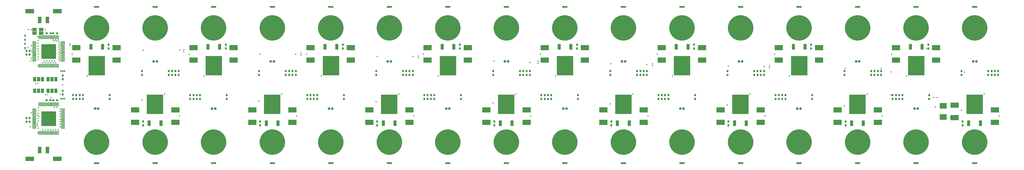
<source format=gts>
G04*
G04 #@! TF.GenerationSoftware,Altium Limited,Altium Designer,19.0.12 (326)*
G04*
G04 Layer_Color=8388736*
%FSLAX25Y25*%
%MOIN*%
G70*
G01*
G75*
%ADD14R,0.03153X0.03350*%
%ADD15R,0.10999X0.08700*%
%ADD16R,0.13704X0.06696*%
%ADD17R,0.05200X0.10200*%
%ADD18R,0.22798X0.22798*%
%ADD19R,0.05953X0.01263*%
%ADD20R,0.01263X0.05953*%
%ADD21R,0.03350X0.03153*%
%ADD22R,0.04924X0.08861*%
%ADD23R,0.25200X0.30200*%
%ADD24R,0.04800X0.06500*%
%ADD25R,0.06500X0.04800*%
%ADD26R,0.12602X0.07917*%
%ADD27R,0.02169X0.03350*%
G04:AMPARAMS|DCode=28|XSize=84.68mil|YSize=29.56mil|CornerRadius=14.78mil|HoleSize=0mil|Usage=FLASHONLY|Rotation=0.000|XOffset=0mil|YOffset=0mil|HoleType=Round|Shape=RoundedRectangle|*
%AMROUNDEDRECTD28*
21,1,0.08468,0.00000,0,0,0.0*
21,1,0.05512,0.02956,0,0,0.0*
1,1,0.02956,0.02756,0.00000*
1,1,0.02956,-0.02756,0.00000*
1,1,0.02956,-0.02756,0.00000*
1,1,0.02956,0.02756,0.00000*
%
%ADD28ROUNDEDRECTD28*%
%ADD29C,0.39570*%
%ADD30C,0.04137*%
%ADD31C,0.02562*%
%ADD32C,0.01972*%
%ADD33C,0.08074*%
G36*
X51321Y259749D02*
X58521D01*
Y259149D01*
X51321D01*
Y259749D01*
D02*
G37*
G36*
X61656D02*
X68856D01*
Y259149D01*
X61656D01*
Y259749D01*
D02*
G37*
D14*
X98425Y190945D02*
D03*
Y185039D02*
D03*
Y161417D02*
D03*
Y167323D02*
D03*
X47244Y229331D02*
D03*
Y223425D02*
D03*
X1535433Y191929D02*
D03*
Y197835D02*
D03*
X1392520Y160433D02*
D03*
Y154527D02*
D03*
X1354331Y191929D02*
D03*
Y197835D02*
D03*
X1211417Y160433D02*
D03*
Y154527D02*
D03*
X1173228Y191929D02*
D03*
Y197835D02*
D03*
X1030315Y160433D02*
D03*
Y154527D02*
D03*
X992126Y191929D02*
D03*
Y197835D02*
D03*
X849213Y160433D02*
D03*
Y154527D02*
D03*
X811024Y191929D02*
D03*
Y197835D02*
D03*
X668110Y160433D02*
D03*
Y154527D02*
D03*
X629921Y191929D02*
D03*
Y197835D02*
D03*
X487008Y160433D02*
D03*
Y154527D02*
D03*
X448819Y191929D02*
D03*
Y197835D02*
D03*
X305906Y160433D02*
D03*
Y154527D02*
D03*
X267717Y191929D02*
D03*
Y197835D02*
D03*
X124803Y160433D02*
D03*
Y154527D02*
D03*
X47244Y125000D02*
D03*
Y119095D02*
D03*
X1488976Y197835D02*
D03*
Y191929D02*
D03*
X1438976Y154527D02*
D03*
Y160433D02*
D03*
X1307874Y197835D02*
D03*
Y191929D02*
D03*
X1257874Y154527D02*
D03*
Y160433D02*
D03*
X1126772Y197835D02*
D03*
Y191929D02*
D03*
X1076772Y154527D02*
D03*
Y160433D02*
D03*
X945669Y197835D02*
D03*
Y191929D02*
D03*
X895669Y154527D02*
D03*
Y160433D02*
D03*
X764567Y197835D02*
D03*
Y191929D02*
D03*
X714567Y154527D02*
D03*
Y160433D02*
D03*
X583465Y197835D02*
D03*
Y191929D02*
D03*
X533465Y154527D02*
D03*
Y160433D02*
D03*
X402362Y197835D02*
D03*
Y191929D02*
D03*
X352362Y154527D02*
D03*
Y160433D02*
D03*
X221260Y197835D02*
D03*
Y191929D02*
D03*
X171260Y154527D02*
D03*
Y160433D02*
D03*
X1545669Y197835D02*
D03*
Y191929D02*
D03*
X1382283Y154527D02*
D03*
Y160433D02*
D03*
X1364567Y197835D02*
D03*
Y191929D02*
D03*
X1201181Y154527D02*
D03*
Y160433D02*
D03*
X1183465Y197835D02*
D03*
Y191929D02*
D03*
X1020079Y154527D02*
D03*
Y160433D02*
D03*
X1002362Y197835D02*
D03*
Y191929D02*
D03*
X838976Y154527D02*
D03*
Y160433D02*
D03*
X821260Y197835D02*
D03*
Y191929D02*
D03*
X657874Y154527D02*
D03*
Y160433D02*
D03*
X640158Y197835D02*
D03*
Y191929D02*
D03*
X476772Y154527D02*
D03*
Y160433D02*
D03*
X459055Y197835D02*
D03*
Y191929D02*
D03*
X295669Y154527D02*
D03*
Y160433D02*
D03*
X277953Y197835D02*
D03*
Y191929D02*
D03*
X114567Y154527D02*
D03*
Y160433D02*
D03*
X1490551Y113583D02*
D03*
Y119488D02*
D03*
X1437402Y238779D02*
D03*
Y232874D02*
D03*
X1309449Y113583D02*
D03*
Y119488D02*
D03*
X1256299Y238779D02*
D03*
Y232874D02*
D03*
X1128347Y113583D02*
D03*
Y119488D02*
D03*
X1075197Y238779D02*
D03*
Y232874D02*
D03*
X947244Y113583D02*
D03*
Y119488D02*
D03*
X894094Y238779D02*
D03*
Y232874D02*
D03*
X766142Y113583D02*
D03*
Y119488D02*
D03*
X712992Y238779D02*
D03*
Y232874D02*
D03*
X585039Y113583D02*
D03*
Y119488D02*
D03*
X531890Y238779D02*
D03*
Y232874D02*
D03*
X403937Y113583D02*
D03*
Y119488D02*
D03*
X350787Y238779D02*
D03*
Y232874D02*
D03*
X222835Y113583D02*
D03*
Y119488D02*
D03*
X169685Y238779D02*
D03*
Y232874D02*
D03*
X42520Y223425D02*
D03*
Y229331D02*
D03*
X1530315Y191929D02*
D03*
Y197835D02*
D03*
X1397638Y160433D02*
D03*
Y154527D02*
D03*
X1349213Y191929D02*
D03*
Y197835D02*
D03*
X1216535Y160433D02*
D03*
Y154527D02*
D03*
X1168110Y191929D02*
D03*
Y197835D02*
D03*
X1035433Y160433D02*
D03*
Y154527D02*
D03*
X987008Y191929D02*
D03*
Y197835D02*
D03*
X854331Y160433D02*
D03*
Y154527D02*
D03*
X805906Y191929D02*
D03*
Y197835D02*
D03*
X673228Y160433D02*
D03*
Y154527D02*
D03*
X624803Y191929D02*
D03*
Y197835D02*
D03*
X492126Y160433D02*
D03*
Y154527D02*
D03*
X443701Y191929D02*
D03*
Y197835D02*
D03*
X311024Y160433D02*
D03*
Y154527D02*
D03*
X262598Y191929D02*
D03*
Y197835D02*
D03*
X129921Y160433D02*
D03*
Y154527D02*
D03*
X42520Y119095D02*
D03*
Y125000D02*
D03*
X1540551Y197835D02*
D03*
Y191929D02*
D03*
X1387402Y154527D02*
D03*
Y160433D02*
D03*
X1359449Y197835D02*
D03*
Y191929D02*
D03*
X1206299Y154527D02*
D03*
Y160433D02*
D03*
X1178347Y197835D02*
D03*
Y191929D02*
D03*
X1025197Y154527D02*
D03*
Y160433D02*
D03*
X997244Y197835D02*
D03*
Y191929D02*
D03*
X844094Y154527D02*
D03*
Y160433D02*
D03*
X816142Y197835D02*
D03*
Y191929D02*
D03*
X662992Y154527D02*
D03*
Y160433D02*
D03*
X635039Y197835D02*
D03*
Y191929D02*
D03*
X481890Y154527D02*
D03*
Y160433D02*
D03*
X453937Y197835D02*
D03*
Y191929D02*
D03*
X300787Y154527D02*
D03*
Y160433D02*
D03*
X272835Y197835D02*
D03*
Y191929D02*
D03*
X119685Y154527D02*
D03*
Y160433D02*
D03*
D15*
X1460630Y126437D02*
D03*
Y143839D02*
D03*
D16*
X90118Y61614D02*
D03*
X47678D02*
D03*
Y290748D02*
D03*
X90118D02*
D03*
D17*
X62992Y75118D02*
D03*
X74804D02*
D03*
Y277244D02*
D03*
X62992D02*
D03*
D18*
X76772Y228346D02*
D03*
Y124016D02*
D03*
D19*
X54626Y213582D02*
D03*
Y215551D02*
D03*
Y217519D02*
D03*
Y219489D02*
D03*
Y221457D02*
D03*
Y223426D02*
D03*
Y225394D02*
D03*
Y227362D02*
D03*
Y229330D02*
D03*
Y231299D02*
D03*
Y233267D02*
D03*
Y235237D02*
D03*
Y237205D02*
D03*
Y239174D02*
D03*
Y241142D02*
D03*
Y243110D02*
D03*
X98918D02*
D03*
Y241142D02*
D03*
Y239174D02*
D03*
Y237205D02*
D03*
Y235237D02*
D03*
Y233267D02*
D03*
Y231299D02*
D03*
Y229330D02*
D03*
Y227362D02*
D03*
Y225394D02*
D03*
Y223426D02*
D03*
Y221457D02*
D03*
Y219489D02*
D03*
Y217519D02*
D03*
Y215551D02*
D03*
Y213582D02*
D03*
X54626Y109252D02*
D03*
Y111221D02*
D03*
Y113189D02*
D03*
Y115158D02*
D03*
Y117126D02*
D03*
Y119095D02*
D03*
Y121063D02*
D03*
Y123032D02*
D03*
Y125000D02*
D03*
Y126969D02*
D03*
Y128937D02*
D03*
Y130906D02*
D03*
Y132874D02*
D03*
Y134843D02*
D03*
Y136811D02*
D03*
Y138780D02*
D03*
X98918D02*
D03*
Y136811D02*
D03*
Y134843D02*
D03*
Y132874D02*
D03*
Y130906D02*
D03*
Y128937D02*
D03*
Y126969D02*
D03*
Y125000D02*
D03*
Y123032D02*
D03*
Y121063D02*
D03*
Y119095D02*
D03*
Y117126D02*
D03*
Y115158D02*
D03*
Y113189D02*
D03*
Y111221D02*
D03*
Y109252D02*
D03*
D20*
X62008Y250493D02*
D03*
X63977D02*
D03*
X65945D02*
D03*
X67914D02*
D03*
X69882D02*
D03*
X71851D02*
D03*
X73819D02*
D03*
X75788D02*
D03*
X77756D02*
D03*
X79725D02*
D03*
X81693D02*
D03*
X83662D02*
D03*
X85630D02*
D03*
X87599D02*
D03*
X89567D02*
D03*
X91536D02*
D03*
Y206201D02*
D03*
X89567D02*
D03*
X87599D02*
D03*
X85630D02*
D03*
X83662D02*
D03*
X81693D02*
D03*
X79725D02*
D03*
X77756D02*
D03*
X75788D02*
D03*
X73819D02*
D03*
X71851D02*
D03*
X69882D02*
D03*
X67914D02*
D03*
X65945D02*
D03*
X63977D02*
D03*
X62008D02*
D03*
Y146162D02*
D03*
X63977D02*
D03*
X65945D02*
D03*
X67914D02*
D03*
X69882D02*
D03*
X71851D02*
D03*
X73819D02*
D03*
X75788D02*
D03*
X77756D02*
D03*
X79725D02*
D03*
X81693D02*
D03*
X83662D02*
D03*
X85630D02*
D03*
X87599D02*
D03*
X89567D02*
D03*
X91536D02*
D03*
Y101870D02*
D03*
X89567D02*
D03*
X87599D02*
D03*
X85630D02*
D03*
X83662D02*
D03*
X81693D02*
D03*
X79725D02*
D03*
X77756D02*
D03*
X75788D02*
D03*
X73819D02*
D03*
X71851D02*
D03*
X69882D02*
D03*
X67914D02*
D03*
X65945D02*
D03*
X63977D02*
D03*
X62008D02*
D03*
D21*
X89764Y256594D02*
D03*
X83858D02*
D03*
X89764Y152657D02*
D03*
X83858D02*
D03*
X73819Y256594D02*
D03*
X79724D02*
D03*
X73622Y152657D02*
D03*
X79528D02*
D03*
D22*
X1518110Y116929D02*
D03*
X1500000D02*
D03*
X1409842Y235433D02*
D03*
X1427952D02*
D03*
X1337008Y116929D02*
D03*
X1318898D02*
D03*
X1228740Y235433D02*
D03*
X1246850D02*
D03*
X1155906Y116929D02*
D03*
X1137796D02*
D03*
X1047638Y235433D02*
D03*
X1065748D02*
D03*
X974803Y116929D02*
D03*
X956693D02*
D03*
X866535Y235433D02*
D03*
X884645D02*
D03*
X793701Y116929D02*
D03*
X775591D02*
D03*
X685433Y235433D02*
D03*
X703543D02*
D03*
X612598Y116929D02*
D03*
X594488D02*
D03*
X504331Y235433D02*
D03*
X522441D02*
D03*
X431496Y116929D02*
D03*
X413386D02*
D03*
X323228Y235433D02*
D03*
X341338D02*
D03*
X250394Y116929D02*
D03*
X232284D02*
D03*
X142126Y235433D02*
D03*
X160236D02*
D03*
D23*
X1509055Y146063D02*
D03*
X1418898Y206299D02*
D03*
X1327953Y146063D02*
D03*
X1237795Y206299D02*
D03*
X1146850Y146063D02*
D03*
X1056693Y206299D02*
D03*
X965748Y146063D02*
D03*
X875590Y206299D02*
D03*
X784646Y146063D02*
D03*
X694488Y206299D02*
D03*
X603543Y146063D02*
D03*
X513386Y206299D02*
D03*
X422441Y146063D02*
D03*
X332283Y206299D02*
D03*
X241339Y146063D02*
D03*
X151181Y206299D02*
D03*
D24*
X87890Y185039D02*
D03*
X81890D02*
D03*
X75890D02*
D03*
X55118D02*
D03*
X61118D02*
D03*
X67118D02*
D03*
X87890Y167323D02*
D03*
X81890D02*
D03*
X75890D02*
D03*
X55118D02*
D03*
X61118D02*
D03*
X67118D02*
D03*
D25*
X54921Y262449D02*
D03*
Y256449D02*
D03*
X65256Y262449D02*
D03*
Y256449D02*
D03*
D26*
X1540551Y118287D02*
D03*
Y137618D02*
D03*
X1387402Y234075D02*
D03*
Y214744D02*
D03*
X1359449Y118287D02*
D03*
Y137618D02*
D03*
X1206299Y234075D02*
D03*
Y214744D02*
D03*
X1178347Y118287D02*
D03*
Y137618D02*
D03*
X1025197Y234075D02*
D03*
Y214744D02*
D03*
X997244Y118287D02*
D03*
Y137618D02*
D03*
X844094Y234075D02*
D03*
Y214744D02*
D03*
X816142Y118287D02*
D03*
Y137618D02*
D03*
X662992Y234075D02*
D03*
Y214744D02*
D03*
X635039Y118287D02*
D03*
Y137618D02*
D03*
X481890Y234075D02*
D03*
Y214744D02*
D03*
X453937Y118287D02*
D03*
Y137618D02*
D03*
X300787Y234075D02*
D03*
Y214744D02*
D03*
X272835Y118287D02*
D03*
Y137618D02*
D03*
X119685Y234075D02*
D03*
Y214744D02*
D03*
X1478347Y144902D02*
D03*
Y125571D02*
D03*
X1449606Y214744D02*
D03*
Y234075D02*
D03*
X1297244Y137618D02*
D03*
Y118287D02*
D03*
X1268504Y214744D02*
D03*
Y234075D02*
D03*
X1116142Y137618D02*
D03*
Y118287D02*
D03*
X1087402Y214744D02*
D03*
Y234075D02*
D03*
X935039Y137618D02*
D03*
Y118287D02*
D03*
X906299Y214744D02*
D03*
Y234075D02*
D03*
X753937Y137618D02*
D03*
Y118287D02*
D03*
X725197Y214744D02*
D03*
Y234075D02*
D03*
X572835Y137618D02*
D03*
Y118287D02*
D03*
X544095Y214744D02*
D03*
Y234075D02*
D03*
X391732Y137618D02*
D03*
Y118287D02*
D03*
X362992Y214744D02*
D03*
Y234075D02*
D03*
X210630Y137618D02*
D03*
Y118287D02*
D03*
X181890Y214744D02*
D03*
Y234075D02*
D03*
D27*
X40354Y233463D02*
D03*
Y252757D02*
D03*
Y246457D02*
D03*
Y240158D02*
D03*
D28*
X1509350Y297638D02*
D03*
X1499350Y268228D02*
D03*
X1519350D02*
D03*
X1499350Y84134D02*
D03*
X1519350D02*
D03*
X1509350Y54724D02*
D03*
X1328248Y297638D02*
D03*
X1318248Y268228D02*
D03*
X1338248D02*
D03*
X1318248Y84134D02*
D03*
X1338248D02*
D03*
X1328248Y54724D02*
D03*
X1147146Y297638D02*
D03*
X1137146Y268228D02*
D03*
X1157146D02*
D03*
X1137146Y84134D02*
D03*
X1157146D02*
D03*
X1147146Y54724D02*
D03*
X966043Y297638D02*
D03*
X956043Y268228D02*
D03*
X976043D02*
D03*
X956043Y84134D02*
D03*
X976043D02*
D03*
X966043Y54724D02*
D03*
X784941Y297638D02*
D03*
X774941Y268228D02*
D03*
X794941D02*
D03*
X774941Y84134D02*
D03*
X794941D02*
D03*
X784941Y54724D02*
D03*
X603839Y297638D02*
D03*
X593839Y268228D02*
D03*
X613839D02*
D03*
X593839Y84134D02*
D03*
X613839D02*
D03*
X603839Y54724D02*
D03*
X422736Y297638D02*
D03*
X412736Y268228D02*
D03*
X432736D02*
D03*
X412736Y84134D02*
D03*
X432736D02*
D03*
X422736Y54724D02*
D03*
X241634Y297638D02*
D03*
X231634Y268228D02*
D03*
X251634D02*
D03*
X231634Y84134D02*
D03*
X251634D02*
D03*
X241634Y54724D02*
D03*
X1418602D02*
D03*
X1428602Y84134D02*
D03*
X1408602D02*
D03*
X1428602Y268228D02*
D03*
X1408602D02*
D03*
X1418602Y297638D02*
D03*
X1237500Y54724D02*
D03*
X1247500Y84134D02*
D03*
X1227500D02*
D03*
X1247500Y268228D02*
D03*
X1227500D02*
D03*
X1237500Y297638D02*
D03*
X1056398Y54724D02*
D03*
X1066398Y84134D02*
D03*
X1046398D02*
D03*
X1066398Y268228D02*
D03*
X1046398D02*
D03*
X1056398Y297638D02*
D03*
X875295Y54724D02*
D03*
X885295Y84134D02*
D03*
X865295D02*
D03*
X885295Y268228D02*
D03*
X865295D02*
D03*
X875295Y297638D02*
D03*
X694193Y54724D02*
D03*
X704193Y84134D02*
D03*
X684193D02*
D03*
X704193Y268228D02*
D03*
X684193D02*
D03*
X694193Y297638D02*
D03*
X513091Y54724D02*
D03*
X523091Y84134D02*
D03*
X503091D02*
D03*
X523091Y268228D02*
D03*
X503091D02*
D03*
X513091Y297638D02*
D03*
X331988Y54724D02*
D03*
X341988Y84134D02*
D03*
X321988D02*
D03*
X341988Y268228D02*
D03*
X321988D02*
D03*
X331988Y297638D02*
D03*
X150886Y54724D02*
D03*
X160886Y84134D02*
D03*
X140886D02*
D03*
X160886Y268228D02*
D03*
X140886D02*
D03*
X150886Y297638D02*
D03*
D29*
X1509350Y264764D02*
D03*
Y87598D02*
D03*
X1328248Y264764D02*
D03*
Y87598D02*
D03*
X1147146Y264764D02*
D03*
Y87598D02*
D03*
X966043Y264764D02*
D03*
Y87598D02*
D03*
X784941Y264764D02*
D03*
Y87598D02*
D03*
X603839Y264764D02*
D03*
Y87598D02*
D03*
X422736Y264764D02*
D03*
Y87598D02*
D03*
X241634Y264764D02*
D03*
Y87598D02*
D03*
X1418602D02*
D03*
Y264764D02*
D03*
X1237500Y87598D02*
D03*
Y264764D02*
D03*
X1056398Y87598D02*
D03*
Y264764D02*
D03*
X875295Y87598D02*
D03*
Y264764D02*
D03*
X694193Y87598D02*
D03*
Y264764D02*
D03*
X513091Y87598D02*
D03*
Y264764D02*
D03*
X331988Y87598D02*
D03*
Y264764D02*
D03*
X150886Y87598D02*
D03*
Y264764D02*
D03*
D30*
X1506890Y212992D02*
D03*
X1511811D02*
D03*
X1325787D02*
D03*
X1330709D02*
D03*
X1144685D02*
D03*
X1149606D02*
D03*
X963583D02*
D03*
X968504D02*
D03*
X782480D02*
D03*
X787402D02*
D03*
X601378D02*
D03*
X606299D02*
D03*
X420276D02*
D03*
X425197D02*
D03*
X239173Y212992D02*
D03*
X244094D02*
D03*
X1421063Y139370D02*
D03*
X1416142D02*
D03*
X1239961D02*
D03*
X1235039D02*
D03*
X1058858D02*
D03*
X1053937D02*
D03*
X877756D02*
D03*
X872835D02*
D03*
X696654D02*
D03*
X691732D02*
D03*
X515551D02*
D03*
X510630D02*
D03*
X334449D02*
D03*
X329528D02*
D03*
X153347D02*
D03*
X148425D02*
D03*
D31*
X47244Y125000D02*
D03*
Y229331D02*
D03*
X95768Y197736D02*
D03*
Y154724D02*
D03*
X98425D02*
D03*
X101181D02*
D03*
Y197736D02*
D03*
X98425D02*
D03*
D32*
X1448327Y142323D02*
D03*
X1471555Y125295D02*
D03*
X98425Y176181D02*
D03*
X79728Y156208D02*
D03*
X61910Y127461D02*
D03*
X59649Y129239D02*
D03*
X94488Y161811D02*
D03*
X98528Y190364D02*
D03*
X98430Y161917D02*
D03*
X69882Y213583D02*
D03*
X50492Y229331D02*
D03*
X50000Y237205D02*
D03*
X56496Y178445D02*
D03*
X71457Y262402D02*
D03*
X1451378Y156890D02*
D03*
X1445866D02*
D03*
X74803Y281693D02*
D03*
X49902Y261910D02*
D03*
X59646Y251083D02*
D03*
X44980Y234252D02*
D03*
X65158Y262657D02*
D03*
X45118Y262697D02*
D03*
X60039Y101772D02*
D03*
X60433Y120079D02*
D03*
Y124409D02*
D03*
X48622Y111221D02*
D03*
X60728Y109252D02*
D03*
X1490453Y119488D02*
D03*
X285827Y227953D02*
D03*
X54718Y222441D02*
D03*
X54626Y118110D02*
D03*
X60335Y232677D02*
D03*
X42520Y229331D02*
D03*
X83662Y246358D02*
D03*
X85630Y244587D02*
D03*
X87598Y246358D02*
D03*
X91535D02*
D03*
X55118Y167323D02*
D03*
Y185039D02*
D03*
X87890D02*
D03*
Y167323D02*
D03*
X73622Y152657D02*
D03*
X89764D02*
D03*
X67224Y185335D02*
D03*
X67118Y167323D02*
D03*
X1488976Y197736D02*
D03*
Y136811D02*
D03*
X1307579Y197835D02*
D03*
X1307480Y143996D02*
D03*
X1257874Y154527D02*
D03*
X1126476Y197835D02*
D03*
X1126575Y145177D02*
D03*
X1076772Y154429D02*
D03*
X945472Y197835D02*
D03*
Y146752D02*
D03*
X895669Y154527D02*
D03*
X764272Y198031D02*
D03*
Y148327D02*
D03*
X714468Y154331D02*
D03*
X583268Y197835D02*
D03*
X583071Y150394D02*
D03*
X533563Y154528D02*
D03*
X402264Y197835D02*
D03*
X402067Y151181D02*
D03*
X352264Y154331D02*
D03*
X221260Y197835D02*
D03*
X221358Y153051D02*
D03*
X171260Y154331D02*
D03*
X85630Y141634D02*
D03*
X89567D02*
D03*
X94390Y138779D02*
D03*
Y134843D02*
D03*
Y130905D02*
D03*
Y126969D02*
D03*
Y123031D02*
D03*
Y119095D02*
D03*
Y115256D02*
D03*
Y111221D02*
D03*
X91535Y106496D02*
D03*
X87598Y106595D02*
D03*
X83662Y106496D02*
D03*
X79724D02*
D03*
X75787D02*
D03*
X71850Y106595D02*
D03*
X67913D02*
D03*
X169685Y232874D02*
D03*
X109744Y240158D02*
D03*
X114567Y160433D02*
D03*
X109744Y237502D02*
D03*
X222835Y230118D02*
D03*
X222835Y119390D02*
D03*
X279823Y230413D02*
D03*
X285827Y230906D02*
D03*
X350787Y233071D02*
D03*
X295669Y160433D02*
D03*
X403937Y224016D02*
D03*
X404035Y119390D02*
D03*
X458957Y223721D02*
D03*
X467126Y225590D02*
D03*
X531988Y232776D02*
D03*
X476772Y160433D02*
D03*
X467126Y222638D02*
D03*
X584941Y220571D02*
D03*
Y119587D02*
D03*
X640158Y220374D02*
D03*
X712992Y232874D02*
D03*
X649016Y221358D02*
D03*
X657874Y160630D02*
D03*
X649016Y218701D02*
D03*
X766043Y213090D02*
D03*
Y119783D02*
D03*
X821555Y211319D02*
D03*
X833957Y213090D02*
D03*
X894094Y232874D02*
D03*
X838976Y160539D02*
D03*
X833957Y209744D02*
D03*
X946653Y209055D02*
D03*
X92913Y219587D02*
D03*
X947244Y119488D02*
D03*
X1002362Y208366D02*
D03*
X62894Y75492D02*
D03*
X74902Y75197D02*
D03*
X62992Y277244D02*
D03*
X89665Y244587D02*
D03*
X94784Y237205D02*
D03*
X93012Y239075D02*
D03*
X94784Y241142D02*
D03*
X93012Y243110D02*
D03*
X92913Y235236D02*
D03*
X94685Y233268D02*
D03*
X92913Y231201D02*
D03*
X94685Y229331D02*
D03*
X92913Y227362D02*
D03*
X94685Y225394D02*
D03*
X94685Y221457D02*
D03*
Y217520D02*
D03*
X92913Y215551D02*
D03*
Y223425D02*
D03*
X94685Y213583D02*
D03*
X1010925Y209154D02*
D03*
X1075295Y232677D02*
D03*
X1020079Y160433D02*
D03*
X1010925Y206496D02*
D03*
X1128248Y205709D02*
D03*
Y119488D02*
D03*
X1183563Y204921D02*
D03*
X1191831Y205807D02*
D03*
X1256299Y232677D02*
D03*
X1201181Y160539D02*
D03*
X1191831Y202953D02*
D03*
X1308957Y202067D02*
D03*
X1309449Y119587D02*
D03*
X1364665Y201969D02*
D03*
X83563Y211024D02*
D03*
X79724D02*
D03*
X87598D02*
D03*
X85630Y213583D02*
D03*
X81693D02*
D03*
X77756Y213582D02*
D03*
X75788Y211024D02*
D03*
X73819Y213583D02*
D03*
X71949Y211024D02*
D03*
X123622Y214961D02*
D03*
X1359547Y197835D02*
D03*
X1434842Y232874D02*
D03*
X1178445Y197835D02*
D03*
X1380217Y196555D02*
D03*
X1379890Y160539D02*
D03*
X1493110Y196358D02*
D03*
X67913Y211024D02*
D03*
X1545669Y191831D02*
D03*
X1524016Y162205D02*
D03*
X1540650Y197835D02*
D03*
X1536614Y137402D02*
D03*
X1500000Y116929D02*
D03*
X1547047Y128051D02*
D03*
X1342913Y162205D02*
D03*
X1355512Y137402D02*
D03*
X1318898Y116929D02*
D03*
X1365945Y128051D02*
D03*
X1161811Y162205D02*
D03*
X1174409Y137402D02*
D03*
X1137796Y116929D02*
D03*
X1184842Y128051D02*
D03*
X980709Y162205D02*
D03*
X997342Y197835D02*
D03*
X993307Y137402D02*
D03*
X956693Y116929D02*
D03*
X1003740Y128051D02*
D03*
X799606Y162205D02*
D03*
X816240Y197835D02*
D03*
X812205Y137402D02*
D03*
X775591Y116929D02*
D03*
X822638Y128051D02*
D03*
X618504Y162205D02*
D03*
X635138Y197835D02*
D03*
X631102Y137402D02*
D03*
X594488Y116929D02*
D03*
X641535Y128051D02*
D03*
X437402Y162205D02*
D03*
X454035Y197835D02*
D03*
X450000Y137402D02*
D03*
X413386Y116929D02*
D03*
X460433Y128051D02*
D03*
X1387303Y154528D02*
D03*
X1403937Y190157D02*
D03*
X1391339Y214961D02*
D03*
X1427952Y235433D02*
D03*
X1380906Y224311D02*
D03*
X1206201Y154528D02*
D03*
X1222835Y190157D02*
D03*
X1210236Y214961D02*
D03*
X1246850Y235433D02*
D03*
X1199803Y224311D02*
D03*
X1025098Y154528D02*
D03*
X1041732Y190157D02*
D03*
X1029134Y214961D02*
D03*
X1065748Y235433D02*
D03*
X1018701Y224311D02*
D03*
X843996Y154528D02*
D03*
X860630Y190157D02*
D03*
X848032Y214961D02*
D03*
X884645Y235433D02*
D03*
X837598Y224311D02*
D03*
X662894Y154528D02*
D03*
X679528Y190157D02*
D03*
X666929Y214961D02*
D03*
X703543Y235433D02*
D03*
X656496Y224311D02*
D03*
X481791Y154528D02*
D03*
X498425Y190157D02*
D03*
X485827Y214961D02*
D03*
X522441Y235433D02*
D03*
X475394Y224311D02*
D03*
X300689Y154528D02*
D03*
X317323Y190157D02*
D03*
X304724Y214961D02*
D03*
X341338Y235433D02*
D03*
X294291Y224311D02*
D03*
X272933Y197835D02*
D03*
X256299Y162205D02*
D03*
X268898Y137402D02*
D03*
X232284Y116929D02*
D03*
X279331Y128051D02*
D03*
X113189Y224311D02*
D03*
X119587Y154528D02*
D03*
X60433Y206201D02*
D03*
Y219390D02*
D03*
X50000Y217618D02*
D03*
X59255Y115751D02*
D03*
X59153Y112894D02*
D03*
X48917Y213583D02*
D03*
X60433Y215551D02*
D03*
X60335Y178445D02*
D03*
Y185039D02*
D03*
X60827Y140945D02*
D03*
Y136614D02*
D03*
X75197Y161221D02*
D03*
X71949D02*
D03*
X50000Y132874D02*
D03*
X60630Y132283D02*
D03*
Y224410D02*
D03*
X60433Y228740D02*
D03*
Y236847D02*
D03*
X60236Y240945D02*
D03*
X60433Y245276D02*
D03*
X136221Y190157D02*
D03*
X160236Y235433D02*
D03*
D33*
X76772Y228346D02*
D03*
Y124016D02*
D03*
M02*

</source>
